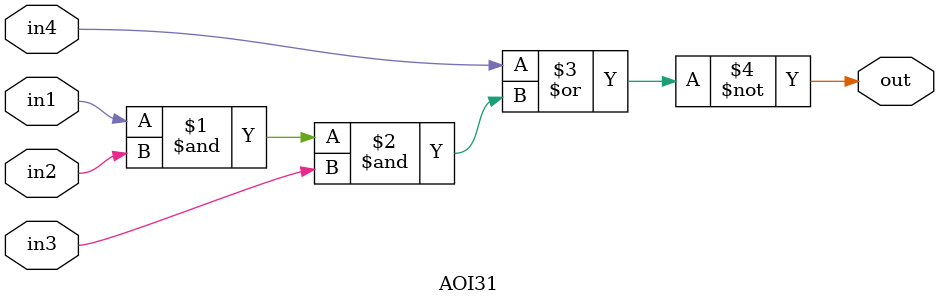
<source format=sv>
/* AND-OR-Invert, 3-Input AND Feeding NOR with 1 input.
 *
 *
 */
module AOI31 #(
    parameter WIDTH = 1
)(
    input  wire [WIDTH-1:0] in1,
    input  wire [WIDTH-1:0] in2,
    input  wire [WIDTH-1:0] in3,
    input  wire [WIDTH-1:0] in4,
    output wire [WIDTH-1:0] out
);

    assign out = ~(in4 | (in1 & in2 & in3));

endmodule

</source>
